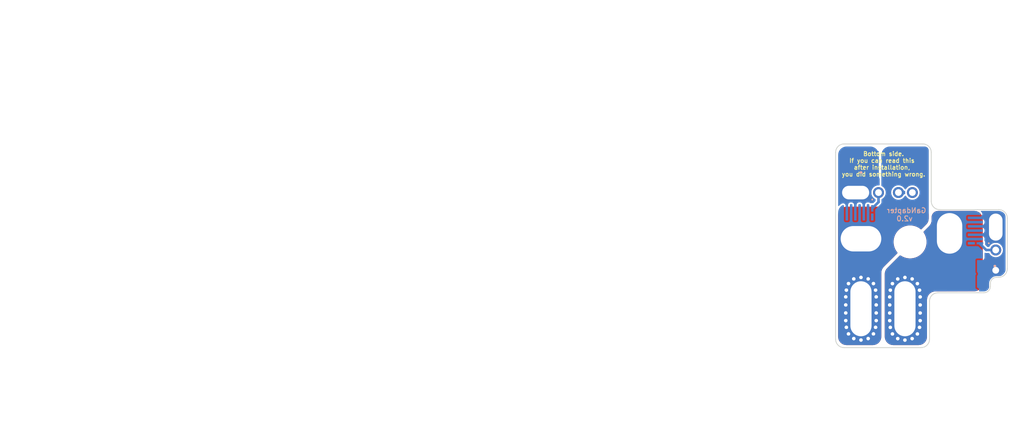
<source format=kicad_pcb>
(kicad_pcb (version 20240108) (generator "pcbnew") (generator_version "8.0")
  (layers (0 "F.Cu" mixed) (31 "B.Cu" mixed) (34 "B.Paste" user) (35 "F.Paste" user) (36 "B.SilkS" user "B.Silkscreen") (37 "F.SilkS" user "F.Silkscreen") (38 "B.Mask" user) (39 "F.Mask" user) (44 "Edge.Cuts" user))
  (net 0 "")
  (net 1 "GND")
  (net 2 "/Synchronous Rectification/5")
  (net 3 "/Synchronous Rectification/3")
  (net 4 "Net-(Q13-G)")
  (net 5 "Net-(U13A--)")
  (net 6 "Net-(Q12-G)")
  (footprint "DC-DC Footprint Lib:GanDapter short pad" (layer "F.Cu") (at 186.592421 126.045456 90)
    (property "Reference" "TP5" (hide yes))
    (property "Value" "TestPoint")
    (pad "1" thru_hole roundrect (at 0 0 90) (size 3.7 2.1) (drill oval 3.2 1.6) (layers "*.Cu" "*.Mask") (roundrect_rratio 0.4761904762) (net 1 "GND"))
  )
  (footprint "" (layer "F.Cu") (at 175.86 135.695)
    (property "Reference" "" (at 0 0 0) (layer "F.SilkS") (effects (font (size 1.27 1.27))))
    (property "Value" "")
    (pad "5" thru_hole oval (at 0 0) (size 4.5 8.5) (drill oval 2.5 6.5) (layers "*.Cu" "*.Mask") (net 2 "/Synchronous Rectification/5") (clearance 0.4) (thermal_bridge_width 2) (thermal_gap 0.5))
  )
  (footprint "DC-DC Footprint Lib:GanDapter Long pad" (layer "F.Cu") (at 181.13401 126.786409 90)
    (property "Reference" "TP11" (hide yes))
    (property "Value" "TestPoint")
    (pad "1" thru_hole roundrect (at 0 0 90) (size 5.3 3.5) (drill oval 4.8 3) (layers "*.Cu" "*.Mask") (roundrect_rratio 0.5) (net 2 "/Synchronous Rectification/5"))
  )
  (footprint "" (layer "F.Cu") (at 186.589393 131.147848)
    (property "Reference" "" (at 0 0 0) (layer "F.SilkS") (effects (font (size 1.27 1.27))))
    (property "Value" "")
    (pad "1" thru_hole roundrect (at 0 0 90) (size 1.3 1.3) (drill oval 0.8) (layers "*.Cu" "*.Mask") (roundrect_rratio 0.5) (net 1 "GND"))
  )
  (footprint "DC-DC Footprint Lib:GanDapter short pad" (layer "F.Cu") (at 170.03 121.965)
    (property "Reference" "TP2" (hide yes))
    (property "Value" "TestPoint")
    (pad "1" thru_hole roundrect (at 0 0) (size 3.7 2.1) (drill oval 3.2 1.6) (layers "*.Cu" "*.Mask") (roundrect_rratio 0.4761904762) (net 1 "GND"))
  )
  (footprint "DC-DC Footprint Lib:GanDapter single pad" (layer "F.Cu") (at 172.735 121.964221)
    (property "Reference" "TP3" (hide yes))
    (property "Value" "TestPoint")
    (pad "1" thru_hole roundrect (at 0 0) (size 1.3 1.3) (drill oval 0.8) (layers "*.Cu" "*.Mask") (roundrect_rratio 0.5) (net 4 "Net-(Q13-G)"))
  )
  (footprint "DC-DC Footprint Lib:GanDapter single pad" (layer "F.Cu") (at 186.589463 128.750456 90)
    (property "Reference" "TP12" (hide yes))
    (property "Value" "TestPoint")
    (pad "1" thru_hole roundrect (at 0 0 90) (size 1.3 1.3) (drill oval 0.8) (layers "*.Cu" "*.Mask") (roundrect_rratio 0.5) (net 6 "Net-(Q12-G)"))
  )
  (footprint "DC-DC Footprint Lib:GanDapter Long pad" (layer "F.Cu") (at 170.662755 127.42)
    (property "Reference" "TP1" (hide yes))
    (property "Value" "TestPoint")
    (pad "1" thru_hole roundrect (at 0 0) (size 5.3 3.5) (drill oval 4.8 3) (layers "*.Cu" "*.Mask") (roundrect_rratio 0.5) (net 3 "/Synchronous Rectification/3"))
  )
  (footprint "MountingHole:MountingHole_2.5mm" (layer "F.Cu") (at 176.465 127.795)
    (property "Reference" "REF**" (hide yes))
    (property "Value" "MountingHole_2.5mm")
    (pad "" np_thru_hole circle (at 0 0) (size 2.9 2.9) (drill 2.9) (layers "F&B.Cu" "*.Mask") (clearance 0.5))
  )
  (footprint "DC-DC Footprint Lib:GanDapter single pad" (layer "F.Cu") (at 176.737733 121.959938 180)
    (property "Reference" "TP13" (hide yes))
    (property "Value" "TestPoint")
    (pad "1" thru_hole roundrect (at 0 0 180) (size 1.3 1.3) (drill oval 0.8) (layers "*.Cu" "*.Mask") (roundrect_rratio 0.5) (net 5 "Net-(U13A--)"))
  )
  (footprint "DC-DC Footprint Lib:GanDapter single pad" (layer "F.Cu") (at 175.087733 121.957442 180)
    (property "Reference" "TP14" (hide yes))
    (property "Value" "TestPoint")
    (pad "1" thru_hole roundrect (at 0 0 180) (size 1.3 1.3) (drill oval 0.8) (layers "*.Cu" "*.Mask") (roundrect_rratio 0.5) (net 1 "GND"))
  )
  (footprint "" (layer "F.Cu") (at 170.66 135.695)
    (property "Reference" "" (at 0 0 0) (layer "F.SilkS") (effects (font (size 1.27 1.27))))
    (property "Value" "")
    (pad "3" thru_hole oval (at 0 0) (size 4.5 8.5) (drill oval 2.5 6.5) (layers "*.Cu" "*.Mask") (net 3 "/Synchronous Rectification/3") (clearance 0.4) (thermal_bridge_width 2) (thermal_gap 0.5))
  )
  (footprint "Samacsys:SBR10U200P513" (layer "B.Cu") (at 174.915149 118.674149)
    (property "Reference" "D1" (hide yes))
    (property "Value" "SBR10U200P5-13" (hide yes))
    (fp_line (start -4.3 0.92) (end -4.3 0.92) (stroke (width 0.2)) (layer "B.SilkS"))
    (fp_line (start -4.3 0.92) (end -4.3 0.92) (stroke (width 0.2)) (layer "B.SilkS"))
    (fp_line (start -4.2 0.92) (end -4.2 0.92) (stroke (width 0.2)) (layer "B.SilkS"))
    (fp_arc (start -4.3 0.92) (mid -4.25 0.87) (end -4.2 0.92) (stroke (width 0.2)) (layer "B.SilkS"))
    (fp_arc (start -4.3 0.92) (mid -4.25 0.87) (end -4.2 0.92) (stroke (width 0.2)) (layer "B.SilkS"))
    (fp_arc (start -4.2 0.92) (mid -4.25 0.97) (end -4.3 0.92) (stroke (width 0.2)) (layer "B.SilkS"))
    (pad "1" smd rect (at -2.856 0.92 270) (size 1.39 1.4) (layers "B.Cu" "B.Paste" "B.Mask") (net 1 "GND"))
    (pad "2" smd rect (at -2.856 -0.92 270) (size 1.39 1.4) (layers "B.Cu" "B.Paste" "B.Mask") (net 1 "GND"))
    (pad "3" smd rect (at 1.126 0 270) (size 3.36 4.86) (layers "B.Cu" "B.Paste" "B.Mask") (net 3 "/Synchronous Rectification/3"))
  )
  (footprint "DC-DC Footprint Lib:GAN3R2100CBEAZ" (layer "B.Cu") (at 170.496361 124.34 180)
    (property "Reference" "Q3" (hide yes))
    (property "Value" "GAN3R2-100CBEAZ" (hide yes))
    (fp_line (start -1.5 1.6) (end -1.5 1.6) (stroke (width 0.1)) (layer "B.SilkS"))
    (fp_line (start -1.5 1.5) (end -1.5 1.5) (stroke (width 0.1)) (layer "B.SilkS"))
    (fp_arc (start -1.5 1.6) (mid -1.55 1.55) (end -1.5 1.5) (stroke (width 0.1)) (layer "B.SilkS"))
    (fp_arc (start -1.5 1.5) (mid -1.45 1.55) (end -1.5 1.6) (stroke (width 0.1)) (layer "B.SilkS"))
    (pad "1" smd rect (at -1.5 0.513 180) (size 0.25 0.77) (layers "B.Cu" "B.Paste" "B.Mask") (net 4 "Net-(Q13-G)") (clearance 0.225))
    (pad "2" smd rect (at -1.5 -0.513 180) (size 0.25 0.77) (layers "B.Cu" "B.Paste" "B.Mask") (net 1 "GND") (clearance 0.225))
    (pad "3" smd rect (at -1 0 180) (size 0.25 1.62) (layers "B.Cu" "B.Paste" "B.Mask") (net 3 "/Synchronous Rectification/3"))
    (pad "4" smd rect (at -0.5 0 180) (size 0.25 1.8) (layers "B.Cu" "B.Paste" "B.Mask") (net 1 "GND") (clearance 0.225))
    (pad "5" smd rect (at 0 0 180) (size 0.25 1.62) (layers "B.Cu" "B.Paste" "B.Mask") (net 3 "/Synchronous Rectification/3"))
    (pad "6" smd rect (at 0.5 0 180) (size 0.25 1.8) (layers "B.Cu" "B.Paste" "B.Mask") (net 1 "GND") (clearance 0.225))
    (pad "7" smd rect (at 1 0 180) (size 0.25 1.62) (layers "B.Cu" "B.Paste" "B.Mask") (net 3 "/Synchronous Rectification/3"))
    (pad "8" smd rect (at 1.5 0 180) (size 0.25 1.8) (layers "B.Cu" "B.Paste" "B.Mask") (net 1 "GND") (clearance 0.225))
  )
  (footprint "DC-DC Footprint Lib:GAN3R2100CBEAZ" (layer "B.Cu") (at 184.215973 126.455456 90)
    (property "Reference" "Q4" (hide yes))
    (property "Value" "GAN3R2-100CBEAZ" (hide yes))
    (fp_line (start -1.5 1.5) (end -1.5 1.5) (stroke (width 0.1)) (layer "B.SilkS"))
    (fp_line (start -1.5 1.6) (end -1.5 1.6) (stroke (width 0.1)) (layer "B.SilkS"))
    (fp_arc (start -1.5 1.5) (mid -1.45 1.55) (end -1.5 1.6) (stroke (width 0.1)) (layer "B.SilkS"))
    (fp_arc (start -1.5 1.6) (mid -1.55 1.55) (end -1.5 1.5) (stroke (width 0.1)) (layer "B.SilkS"))
    (pad "1" smd rect (at -1.5 0.513 90) (size 0.25 0.77) (layers "B.Cu" "B.Paste" "B.Mask") (net 6 "Net-(Q12-G)") (clearance 0.225))
    (pad "2" smd rect (at -1.5 -0.513 90) (size 0.25 0.77) (layers "B.Cu" "B.Paste" "B.Mask") (net 1 "GND") (clearance 0.225))
    (pad "3" smd rect (at -1 0 90) (size 0.25 1.62) (layers "B.Cu" "B.Paste" "B.Mask") (net 2 "/Synchronous Rectification/5"))
    (pad "4" smd rect (at -0.5 0 90) (size 0.25 1.8) (layers "B.Cu" "B.Paste" "B.Mask") (net 1 "GND") (clearance 0.225))
    (pad "5" smd rect (at 0 0 90) (size 0.25 1.62) (layers "B.Cu" "B.Paste" "B.Mask") (net 2 "/Synchronous Rectification/5"))
    (pad "6" smd rect (at 0.5 0 90) (size 0.25 1.8) (layers "B.Cu" "B.Paste" "B.Mask") (net 1 "GND") (clearance 0.225))
    (pad "7" smd rect (at 1 0 90) (size 0.25 1.62) (layers "B.Cu" "B.Paste" "B.Mask") (net 2 "/Synchronous Rectification/5"))
    (pad "8" smd rect (at 1.5 0 90) (size 0.25 1.8) (layers "B.Cu" "B.Paste" "B.Mask") (net 1 "GND") (clearance 0.225))
  )
  (footprint "Samacsys:SBR10U200P513" (layer "B.Cu") (at 182.233895 131.569737 180)
    (property "Reference" "D2" (hide yes))
    (property "Value" "SBR10U200P5-13" (hide yes))
    (fp_line (start -4.2 0.92) (end -4.2 0.92) (stroke (width 0.2)) (layer "B.SilkS"))
    (fp_line (start -4.3 0.92) (end -4.3 0.92) (stroke (width 0.2)) (layer "B.SilkS"))
    (fp_line (start -4.3 0.92) (end -4.3 0.92) (stroke (width 0.2)) (layer "B.SilkS"))
    (fp_arc (start -4.2 0.92) (mid -4.25 0.97) (end -4.3 0.92) (stroke (width 0.2)) (layer "B.SilkS"))
    (fp_arc (start -4.3 0.92) (mid -4.25 0.87) (end -4.2 0.92) (stroke (width 0.2)) (layer "B.SilkS"))
    (fp_arc (start -4.3 0.92) (mid -4.25 0.87) (end -4.2 0.92) (stroke (width 0.2)) (layer "B.SilkS"))
    (pad "1" smd rect (at -2.856 0.92 90) (size 1.39 1.4) (layers "B.Cu" "B.Paste" "B.Mask") (net 1 "GND"))
    (pad "2" smd rect (at -2.856 -0.92 270) (size 1.39 1.4) (layers "B.Cu" "B.Paste" "B.Mask") (net 1 "GND"))
    (pad "3" smd rect (at 1.126 0 90) (size 3.36 4.86) (layers "B.Cu" "B.Paste" "B.Mask") (net 2 "/Synchronous Rectification/5"))
  )
  (gr_arc (start 186.949903 123.985) (mid 187.657008 124.277894) (end 187.949903 124.985) (stroke (width 0.1)) (layer "Edge.Cuts"))
  (gr_line (start 168.665 116.21463) (end 177.965 116.21463) (stroke (width 0.1)) (layer "Edge.Cuts"))
  (gr_line (start 167.665 139.29) (end 167.665 117.215) (stroke (width 0.1)) (layer "Edge.Cuts"))
  (gr_line (start 186.95 123.985) (end 179.970583 123.985) (stroke (width 0.1)) (layer "Edge.Cuts"))
  (gr_arc (start 187.948082 130.971307) (mid 187.655144 131.678568) (end 186.947883 131.971506) (stroke (width 0.1)) (layer "Edge.Cuts"))
  (gr_line (start 178.765 134.8) (end 178.765 139.29) (stroke (width 0.1)) (layer "Edge.Cuts"))
  (gr_arc (start 179.970369 123.982717) (mid 179.26342 123.689875) (end 178.970577 122.982925) (stroke (width 0.1)) (layer "Edge.Cuts"))
  (gr_arc (start 178.765 134.8) (mid 179.057893 134.092893) (end 179.765 133.8) (stroke (width 0.1)) (layer "Edge.Cuts"))
  (gr_arc (start 168.665 140.29) (mid 167.957893 139.997107) (end 167.665 139.29) (stroke (width 0.1)) (layer "Edge.Cuts"))
  (gr_line (start 185.951807 133.047956) (end 185.951807 132.721873) (stroke (width 0.1)) (layer "Edge.Cuts"))
  (gr_line (start 185.2 133.8) (end 179.765 133.8) (stroke (width 0.1)) (layer "Edge.Cuts"))
  (gr_arc (start 178.765 139.287973) (mid 178.472116 139.995097) (end 177.765 140.287973) (stroke (width 0.1)) (layer "Edge.Cuts"))
  (gr_line (start 186.705 131.971526) (end 186.947883 131.971526) (stroke (width 0.1)) (layer "Edge.Cuts"))
  (gr_arc (start 185.953046 132.721873) (mid 186.172818 132.191298) (end 186.703393 131.971526) (stroke (width 0.1)) (layer "Edge.Cuts"))
  (gr_line (start 178.970369 117.215) (end 178.970369 122.985) (stroke (width 0.1)) (layer "Edge.Cuts"))
  (gr_arc (start 177.970369 116.213812) (mid 178.677492 116.506695) (end 178.970369 117.213812) (stroke (width 0.1)) (layer "Edge.Cuts"))
  (gr_arc (start 167.667116 117.213877) (mid 167.960018 116.506791) (end 168.667116 116.213877) (stroke (width 0.1)) (layer "Edge.Cuts"))
  (gr_line (start 177.765 140.29) (end 168.665 140.29) (stroke (width 0.1)) (layer "Edge.Cuts"))
  (gr_arc (start 185.951807 133.047956) (mid 185.732035 133.578531) (end 185.20146 133.798303) (stroke (width 0.1)) (layer "Edge.Cuts"))
  (gr_line (start 187.947952 130.975) (end 187.947952 124.985) (stroke (width 0.1)) (layer "Edge.Cuts"))
  (gr_text "GaNdapter \nv2.0" (at 175.815 125.395 0) (layer "B.SilkS") (effects (font (size 0.6 0.6) (thickness 0.1) (bold yes)) (justify bottom mirror)))
  (gr_text "Bottom side.\nIf you can read this \nafter installation, \nyou did something wrong." (at 173.334447 120.092447 0) (layer "F.SilkS") (effects (font (size 0.5 0.5) (thickness 0.1) (bold yes)) (justify bottom)))
  (via (at 177.655 137.1) (size 0.8) (drill 0.4) (layers "F.Cu" "B.Cu") (net 2))
  (via (at 177.33 132.725) (size 0.8) (drill 0.4) (layers "F.Cu" "B.Cu") (net 2))
  (via (at 177.58 137.9) (size 0.8) (drill 0.4) (layers "F.Cu" "B.Cu") (net 2))
  (via (at 175.86 139.395) (size 0.8) (drill 0.4) (layers "F.Cu" "B.Cu") (net 2))
  (via (at 177.585 133.495) (size 0.8) (drill 0.4) (layers "F.Cu" "B.Cu") (net 2))
  (via (at 177.33 138.675) (size 0.8) (drill 0.4) (layers "F.Cu" "B.Cu") (net 2))
  (via (at 174.055 134.3) (size 0.8) (drill 0.4) (layers "F.Cu" "B.Cu") (net 2))
  (via (at 174.38 132.725) (size 0.8) (drill 0.4) (layers "F.Cu" "B.Cu") (net 2))
  (via (at 177.335 132.72) (size 0.8) (drill 0.4) (layers "F.Cu" "B.Cu") (net 2))
  (via (at 177.66 134.295) (size 0.8) (drill 0.4) (layers "F.Cu" "B.Cu") (net 2))
  (via (at 177.655 136.2) (size 0.8) (drill 0.4) (layers "F.Cu" "B.Cu") (net 2))
  (via (at 176.71 132.17) (size 0.8) (drill 0.4) (layers "F.Cu" "B.Cu") (net 2))
  (via (at 176.705 139.225) (size 0.8) (drill 0.4) (layers "F.Cu" "B.Cu") (net 2))
  (via (at 175.86 131.995) (size 0.8) (drill 0.4) (layers "F.Cu" "B.Cu") (net 2))
  (via (at 175.005 139.225) (size 0.8) (drill 0.4) (layers "F.Cu" "B.Cu") (net 2))
  (via (at 174.055 135.25) (size 0.8) (drill 0.4) (layers "F.Cu" "B.Cu") (net 2))
  (via (at 174.135 137.895) (size 0.8) (drill 0.4) (layers "F.Cu" "B.Cu") (net 2))
  (via (at 175.01 132.17) (size 0.8) (drill 0.4) (layers "F.Cu" "B.Cu") (net 2))
  (via (at 174.13 133.5) (size 0.8) (drill 0.4) (layers "F.Cu" "B.Cu") (net 2))
  (via (at 175.01 139.22) (size 0.8) (drill 0.4) (layers "F.Cu" "B.Cu") (net 2))
  (via (at 176.71 139.22) (size 0.8) (drill 0.4) (layers "F.Cu" "B.Cu") (net 2))
  (via (at 174.06 134.295) (size 0.8) (drill 0.4) (layers "F.Cu" "B.Cu") (net 2))
  (via (at 174.06 137.095) (size 0.8) (drill 0.4) (layers "F.Cu" "B.Cu") (net 2))
  (via (at 174.38 138.675) (size 0.8) (drill 0.4) (layers "F.Cu" "B.Cu") (net 2))
  (via (at 174.13 137.9) (size 0.8) (drill 0.4) (layers "F.Cu" "B.Cu") (net 2))
  (via (at 177.66 136.195) (size 0.8) (drill 0.4) (layers "F.Cu" "B.Cu") (net 2))
  (via (at 174.135 133.495) (size 0.8) (drill 0.4) (layers "F.Cu" "B.Cu") (net 2))
  (via (at 177.335 138.67) (size 0.8) (drill 0.4) (layers "F.Cu" "B.Cu") (net 2))
  (via (at 177.655 134.3) (size 0.8) (drill 0.4) (layers "F.Cu" "B.Cu") (net 2))
  (via (at 176.705 132.175) (size 0.8) (drill 0.4) (layers "F.Cu" "B.Cu") (net 2))
  (via (at 177.66 137.095) (size 0.8) (drill 0.4) (layers "F.Cu" "B.Cu") (net 2))
  (via (at 174.06 136.195) (size 0.8) (drill 0.4) (layers "F.Cu" "B.Cu") (net 2))
  (via (at 174.06 135.245) (size 0.8) (drill 0.4) (layers "F.Cu" "B.Cu") (net 2))
  (via (at 174.385 138.67) (size 0.8) (drill 0.4) (layers "F.Cu" "B.Cu") (net 2))
  (via (at 177.655 135.25) (size 0.8) (drill 0.4) (layers "F.Cu" "B.Cu") (net 2))
  (via (at 175.855 139.4) (size 0.8) (drill 0.4) (layers "F.Cu" "B.Cu") (net 2))
  (via (at 174.385 132.72) (size 0.8) (drill 0.4) (layers "F.Cu" "B.Cu") (net 2))
  (via (at 177.585 137.895) (size 0.8) (drill 0.4) (layers "F.Cu" "B.Cu") (net 2))
  (via (at 177.66 135.245) (size 0.8) (drill 0.4) (layers "F.Cu" "B.Cu") (net 2))
  (via (at 175.855 132) (size 0.8) (drill 0.4) (layers "F.Cu" "B.Cu") (net 2))
  (via (at 177.58 133.5) (size 0.8) (drill 0.4) (layers "F.Cu" "B.Cu") (net 2))
  (via (at 174.055 137.1) (size 0.8) (drill 0.4) (layers "F.Cu" "B.Cu") (net 2))
  (via (at 175.005 132.175) (size 0.8) (drill 0.4) (layers "F.Cu" "B.Cu") (net 2))
  (via (at 174.055 136.2) (size 0.8) (drill 0.4) (layers "F.Cu" "B.Cu") (net 2))
  (via (at 168.86 136.195) (size 0.8) (drill 0.4) (layers "F.Cu" "B.Cu") (net 3))
  (via (at 168.94 137.89) (size 0.8) (drill 0.4) (layers "F.Cu" "B.Cu") (net 3))
  (via (at 169.81 139.22) (size 0.8) (drill 0.4) (layers "F.Cu" "B.Cu") (net 3))
  (via (at 169.19 138.665) (size 0.8) (drill 0.4) (layers "F.Cu" "B.Cu") (net 3))
  (via (at 172.465 136.19) (size 0.8) (drill 0.4) (layers "F.Cu" "B.Cu") (net 3))
  (via (at 168.935 133.495) (size 0.8) (drill 0.4) (layers "F.Cu" "B.Cu") (net 3))
  (via (at 168.86 137.095) (size 0.8) (drill 0.4) (layers "F.Cu" "B.Cu") (net 3))
  (via (at 172.135 138.67) (size 0.8) (drill 0.4) (layers "F.Cu" "B.Cu") (net 3))
  (via (at 172.465 134.29) (size 0.8) (drill 0.4) (layers "F.Cu" "B.Cu") (net 3))
  (via (at 171.515 139.215) (size 0.8) (drill 0.4) (layers "F.Cu" "B.Cu") (net 3))
  (via (at 168.865 135.24) (size 0.8) (drill 0.4) (layers "F.Cu" "B.Cu") (net 3))
  (via (at 169.81 132.17) (size 0.8) (drill 0.4) (layers "F.Cu" "B.Cu") (net 3))
  (via (at 172.385 137.895) (size 0.8) (drill 0.4) (layers "F.Cu" "B.Cu") (net 3))
  (via (at 172.46 136.195) (size 0.8) (drill 0.4) (layers "F.Cu" "B.Cu") (net 3))
  (via (at 168.865 136.19) (size 0.8) (drill 0.4) (layers "F.Cu" "B.Cu") (net 3))
  (via (at 172.385 133.495) (size 0.8) (drill 0.4) (layers "F.Cu" "B.Cu") (net 3))
  (via (at 168.86 134.295) (size 0.8) (drill 0.4) (layers "F.Cu" "B.Cu") (net 3))
  (via (at 169.185 132.72) (size 0.8) (drill 0.4) (layers "F.Cu" "B.Cu") (net 3))
  (via (at 169.19 132.715) (size 0.8) (drill 0.4) (layers "F.Cu" "B.Cu") (net 3))
  (via (at 168.865 137.09) (size 0.8) (drill 0.4) (layers "F.Cu" "B.Cu") (net 3))
  (via (at 168.86 135.245) (size 0.8) (drill 0.4) (layers "F.Cu" "B.Cu") (net 3))
  (via (at 169.815 132.165) (size 0.8) (drill 0.4) (layers "F.Cu" "B.Cu") (net 3))
  (via (at 171.51 132.17) (size 0.8) (drill 0.4) (layers "F.Cu" "B.Cu") (net 3))
  (via (at 169.185 138.67) (size 0.8) (drill 0.4) (layers "F.Cu" "B.Cu") (net 3))
  (via (at 170.66 131.995) (size 0.8) (drill 0.4) (layers "F.Cu" "B.Cu") (net 3))
  (via (at 172.46 134.295) (size 0.8) (drill 0.4) (layers "F.Cu" "B.Cu") (net 3))
  (via (at 172.465 135.24) (size 0.8) (drill 0.4) (layers "F.Cu" "B.Cu") (net 3))
  (via (at 168.94 133.49) (size 0.8) (drill 0.4) (layers "F.Cu" "B.Cu") (net 3))
  (via (at 170.665 139.39) (size 0.8) (drill 0.4) (layers "F.Cu" "B.Cu") (net 3))
  (via (at 170.665 131.99) (size 0.8) (drill 0.4) (layers "F.Cu" "B.Cu") (net 3))
  (via (at 169.815 139.215) (size 0.8) (drill 0.4) (layers "F.Cu" "B.Cu") (net 3))
  (via (at 168.935 137.895) (size 0.8) (drill 0.4) (layers "F.Cu" "B.Cu") (net 3))
  (via (at 172.14 138.665) (size 0.8) (drill 0.4) (layers "F.Cu" "B.Cu") (net 3))
  (via (at 171.51 139.22) (size 0.8) (drill 0.4) (layers "F.Cu" "B.Cu") (net 3))
  (via (at 171.515 132.165) (size 0.8) (drill 0.4) (layers "F.Cu" "B.Cu") (net 3))
  (via (at 172.135 132.72) (size 0.8) (drill 0.4) (layers "F.Cu" "B.Cu") (net 3))
  (via (at 172.46 137.095) (size 0.8) (drill 0.4) (layers "F.Cu" "B.Cu") (net 3))
  (via (at 172.39 133.49) (size 0.8) (drill 0.4) (layers "F.Cu" "B.Cu") (net 3))
  (via (at 168.865 134.29) (size 0.8) (drill 0.4) (layers "F.Cu" "B.Cu") (net 3))
  (via (at 172.465 137.09) (size 0.8) (drill 0.4) (layers "F.Cu" "B.Cu") (net 3))
  (via (at 172.14 132.715) (size 0.8) (drill 0.4) (layers "F.Cu" "B.Cu") (net 3))
  (via (at 172.46 135.245) (size 0.8) (drill 0.4) (layers "F.Cu" "B.Cu") (net 3))
  (via (at 170.66 139.395) (size 0.8) (drill 0.4) (layers "F.Cu" "B.Cu") (net 3))
  (via (at 172.39 137.89) (size 0.8) (drill 0.4) (layers "F.Cu" "B.Cu") (net 3))
  (segment (start 172.735 121.964221) (end 172.735 123.088361) (width 0.3) (layer "B.Cu") (net 4))
  (segment (start 172.735 123.088361) (end 171.996361 123.827) (width 0.3) (layer "B.Cu") (net 4))
  (segment (start 186.619463 128.750456) (end 185.463973 128.750456) (width 0.3) (layer "B.Cu") (net 6))
  (segment (start 185.463973 128.750456) (end 184.668973 127.955456) (width 0.3) (layer "B.Cu") (net 6))
  (zone (net 3) (net_name "/Synchronous Rectification/3") (layer "F.Cu") (priority 3) (connect_pads yes (clearance 0.2)) (min_thickness 0.2) (fill yes (thermal_gap 0) (thermal_bridge_width 1) (smoothing fillet) (radius 1))
    (polygon (pts (xy 173.065 139.99) (xy 173.065 131.041096) (xy 178.665 125.451179) (xy 178.665 123.63) (xy 167.96 123.63) (xy 167.96 139.99)))
  )
  (zone (net 2) (net_name "/Synchronous Rectification/5") (layers "F&B.Cu") (priority 1) (connect_pads yes (clearance 0)) (min_thickness 0.2) (fill yes (thermal_gap 0.3) (thermal_bridge_width 1) (smoothing fillet) (radius 1))
    (polygon (pts (xy 185.06 133.624284) (xy 178.465 133.645) (xy 178.465 139.99) (xy 173.475 139.99) (xy 173.475 131.175) (xy 179.011219 125.635) (xy 179.011934 124.13) (xy 185.06 124.13)))
  )
  (zone (net 3) (net_name "/Synchronous Rectification/3") (layer "B.Cu") (priority 3) (connect_pads yes (clearance 0.2)) (min_thickness 0.2) (fill yes (thermal_gap 0) (thermal_bridge_width 1) (smoothing fillet) (radius 1))
    (polygon (pts (xy 173.065 139.99) (xy 173.065 131.034216) (xy 178.67 125.439308) (xy 178.67 116.795) (xy 178.395 116.52) (xy 173.071765 116.52) (xy 173.071765 123.33) (xy 167.96 123.33) (xy 167.96 139.99)))
  )
  (zone (net 1) (net_name "GND") (layer "B.Cu") (connect_pads yes (clearance 0)) (min_thickness 0.1) (fill yes (thermal_gap 0.2) (thermal_bridge_width 0.5) (smoothing fillet) (radius 1))
    (polygon (pts (xy 185.279993 133.643099) (xy 185.536265 133.561209) (xy 185.691764 133.405) (xy 185.775 133.27) (xy 185.803647 133.171353) (xy 185.802884 132.582116) (xy 185.88 132.365) (xy 185.975 132.1925) (xy 186.155 132.02) (xy 186.307753 131.907361) (xy 186.609881 131.83) (xy 187.111178 131.83) (xy 187.27 131.78) (xy 187.525 131.581319) (xy 187.65 131.420904) (xy 187.749627 131.204534) (xy 187.744998 124.52) (xy 187.226172 124.13) (xy 178.67 124.13) (xy 178.67 120.905083) (xy 172.765 120.91) (xy 172.765 116.519358) (xy 167.965 116.519358) (xy 167.965 125.47) (xy 178.672312 125.47) (xy 178.674646 133.64934)))
  )
)
</source>
